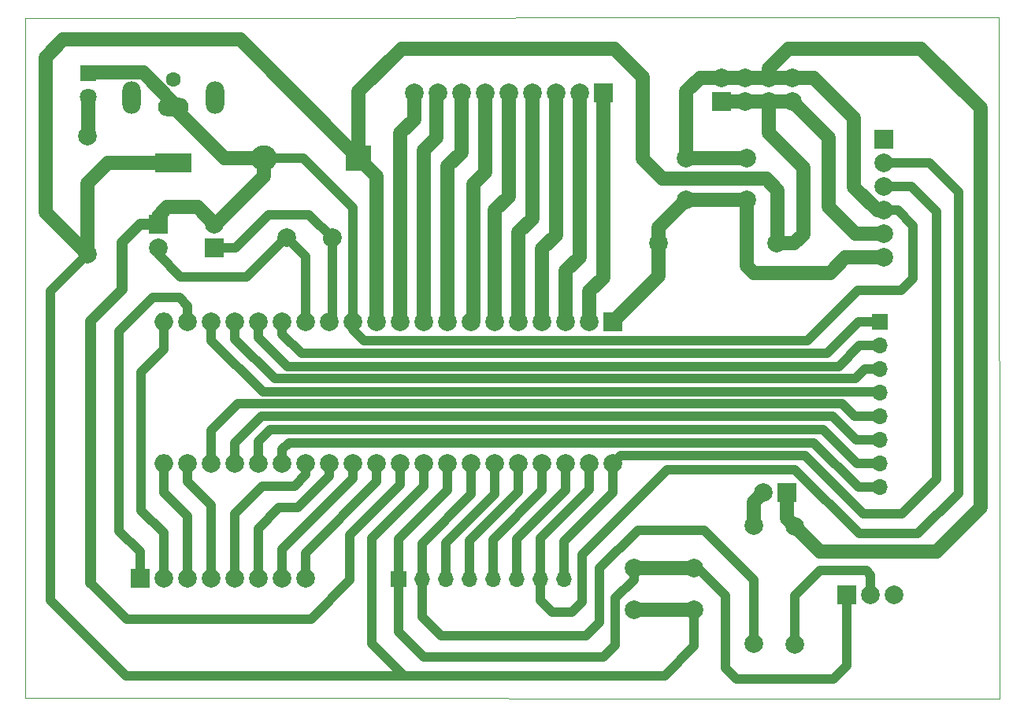
<source format=gbr>
%TF.GenerationSoftware,KiCad,Pcbnew,6.0.5-2.fc36*%
%TF.CreationDate,2022-06-09T20:20:51-03:00*%
%TF.ProjectId,module-pic-40pin,6d6f6475-6c65-42d7-9069-632d34307069,A*%
%TF.SameCoordinates,Original*%
%TF.FileFunction,Copper,L2,Bot*%
%TF.FilePolarity,Positive*%
%FSLAX46Y46*%
G04 Gerber Fmt 4.6, Leading zero omitted, Abs format (unit mm)*
G04 Created by KiCad (PCBNEW 6.0.5-2.fc36) date 2022-06-09 20:20:51*
%MOMM*%
%LPD*%
G01*
G04 APERTURE LIST*
%TA.AperFunction,Profile*%
%ADD10C,0.100000*%
%TD*%
%TA.AperFunction,ComponentPad*%
%ADD11C,2.000000*%
%TD*%
%TA.AperFunction,ComponentPad*%
%ADD12R,2.000000X2.000000*%
%TD*%
%TA.AperFunction,ComponentPad*%
%ADD13R,1.700000X1.700000*%
%TD*%
%TA.AperFunction,ComponentPad*%
%ADD14O,1.700000X1.700000*%
%TD*%
%TA.AperFunction,ComponentPad*%
%ADD15O,2.000000X2.000000*%
%TD*%
%TA.AperFunction,ComponentPad*%
%ADD16R,1.800000X1.800000*%
%TD*%
%TA.AperFunction,ComponentPad*%
%ADD17C,1.800000*%
%TD*%
%TA.AperFunction,ComponentPad*%
%ADD18R,2.800000X2.800000*%
%TD*%
%TA.AperFunction,ComponentPad*%
%ADD19O,2.800000X2.800000*%
%TD*%
%TA.AperFunction,ComponentPad*%
%ADD20O,2.000000X3.500000*%
%TD*%
%TA.AperFunction,ComponentPad*%
%ADD21O,3.300000X2.000000*%
%TD*%
%TA.AperFunction,ComponentPad*%
%ADD22R,4.000000X2.000000*%
%TD*%
%TA.AperFunction,ComponentPad*%
%ADD23C,1.600000*%
%TD*%
%TA.AperFunction,Conductor*%
%ADD24C,1.000000*%
%TD*%
%TA.AperFunction,Conductor*%
%ADD25C,1.200000*%
%TD*%
%TA.AperFunction,Conductor*%
%ADD26C,1.500000*%
%TD*%
G04 APERTURE END LIST*
D10*
X160337500Y-25806400D02*
X160362900Y-99110800D01*
X160362900Y-99110800D02*
X55613300Y-99060000D01*
X55638700Y-25857200D02*
X160337500Y-25806400D01*
X55613300Y-99060000D02*
X55638700Y-25857200D01*
D11*
%TO.P,SW2,1,1*%
%TO.N,GND*%
X126696400Y-40930000D03*
X133196400Y-40930000D03*
%TO.P,SW2,2,2*%
%TO.N,/VPP*%
X126696400Y-45430000D03*
X133196400Y-45430000D03*
%TD*%
%TO.P,R1,1*%
%TO.N,Net-(J1-Pad2)*%
X138353800Y-93319600D03*
%TO.P,R1,2*%
%TO.N,GND*%
X138353800Y-80619600D03*
%TD*%
D12*
%TO.P,D1,1,K*%
%TO.N,GND*%
X137490200Y-76911200D03*
D11*
%TO.P,D1,2,A*%
%TO.N,Net-(D1-Pad2)*%
X134950200Y-76911200D03*
%TD*%
D13*
%TO.P,J7,1,Pin_1*%
%TO.N,/RB0*%
X95783400Y-86233000D03*
D14*
%TO.P,J7,2,Pin_2*%
%TO.N,/RB1*%
X98323400Y-86233000D03*
%TO.P,J7,3,Pin_3*%
%TO.N,/RB2*%
X100863400Y-86233000D03*
%TO.P,J7,4,Pin_4*%
%TO.N,/RB3*%
X103403400Y-86233000D03*
%TO.P,J7,5,Pin_5*%
%TO.N,/RB4*%
X105943400Y-86233000D03*
%TO.P,J7,6,Pin_6*%
%TO.N,/RB5*%
X108483400Y-86233000D03*
%TO.P,J7,7,Pin_7*%
%TO.N,/RB6*%
X111023400Y-86233000D03*
%TO.P,J7,8,Pin_8*%
%TO.N,/RB7*%
X113563400Y-86233000D03*
%TD*%
D12*
%TO.P,J1,1,Pin_1*%
%TO.N,/RB0*%
X143992600Y-87960200D03*
D11*
%TO.P,J1,2,Pin_2*%
%TO.N,Net-(J1-Pad2)*%
X146532600Y-87960200D03*
%TO.P,J1,3,Pin_3*%
%TO.N,unconnected-(J1-Pad3)*%
X149072600Y-87960200D03*
%TD*%
D12*
%TO.P,U1,1,~{MCLR}/Vpp*%
%TO.N,/VPP*%
X118846600Y-58547000D03*
D11*
%TO.P,U1,2,AN0/RA0*%
%TO.N,/RA0*%
X116306600Y-58547000D03*
%TO.P,U1,3,AN1/RA1*%
%TO.N,/RA1*%
X113766600Y-58547000D03*
%TO.P,U1,4,CVref/Vref-/AN2/RA2*%
%TO.N,/RA2*%
X111226600Y-58547000D03*
%TO.P,U1,5,Vref+/AN3/RA3*%
%TO.N,/RA3*%
X108686600Y-58547000D03*
%TO.P,U1,6,C1OUT/T0CKI/RA4*%
%TO.N,/RA4*%
X106146600Y-58547000D03*
%TO.P,U1,7,~{SS}/C2OUT/AN4/RA5*%
%TO.N,/RA5*%
X103606600Y-58547000D03*
%TO.P,U1,8,RE0/~{RD}/AN5*%
%TO.N,/RE0*%
X101066600Y-58547000D03*
%TO.P,U1,9,RE1/~{WR}/AN6*%
%TO.N,/RE1*%
X98526600Y-58547000D03*
%TO.P,U1,10,RE2/~{CS}/AN7*%
%TO.N,/RE2*%
X95986600Y-58547000D03*
%TO.P,U1,11,VDD*%
%TO.N,+5V*%
X93446600Y-58547000D03*
%TO.P,U1,12,VSS*%
%TO.N,GND*%
X90906600Y-58547000D03*
%TO.P,U1,13,OSC1/CLKI*%
%TO.N,Net-(C1-Pad1)*%
X88366600Y-58547000D03*
%TO.P,U1,14,OSC2/CLKO*%
%TO.N,Net-(C2-Pad2)*%
X85826600Y-58547000D03*
%TO.P,U1,15,T1OSO/T1CKI/RC0*%
%TO.N,/RC0*%
X83286600Y-58547000D03*
%TO.P,U1,16,T1OSI/CCP2/RC1*%
%TO.N,/RC1*%
X80746600Y-58547000D03*
%TO.P,U1,17,CCP1/RC2*%
%TO.N,/RC2*%
X78206600Y-58547000D03*
%TO.P,U1,18,SCK/SCL/RC3*%
%TO.N,/RC3*%
X75666600Y-58547000D03*
%TO.P,U1,19,RD0/PSP0*%
%TO.N,/RD0*%
X73126600Y-58547000D03*
D15*
%TO.P,U1,20,RD1/PSP1*%
%TO.N,/RD1*%
X70586600Y-58547000D03*
%TO.P,U1,21,RD2/PSP2*%
%TO.N,/RD2*%
X70586600Y-73787000D03*
D11*
%TO.P,U1,22,RD3/PSP3*%
%TO.N,/RD3*%
X73126600Y-73787000D03*
%TO.P,U1,23,SDI/SDA/RC4*%
%TO.N,/RC4*%
X75666600Y-73787000D03*
%TO.P,U1,24,SDO/RC5*%
%TO.N,/RC5*%
X78206600Y-73787000D03*
%TO.P,U1,25,CK/TX/RC6*%
%TO.N,/RC6*%
X80746600Y-73787000D03*
%TO.P,U1,26,DT/RX/RC7*%
%TO.N,/RC7*%
X83286600Y-73787000D03*
%TO.P,U1,27,RD4/PSP4*%
%TO.N,/RD4*%
X85826600Y-73787000D03*
%TO.P,U1,28,RD5/PSP5*%
%TO.N,/RD5*%
X88366600Y-73787000D03*
%TO.P,U1,29,RD6/PSP6*%
%TO.N,/RD6*%
X90906600Y-73787000D03*
%TO.P,U1,30,RD7/PSP7*%
%TO.N,/RD7*%
X93446600Y-73787000D03*
%TO.P,U1,31,VSS*%
%TO.N,GND*%
X95986600Y-73787000D03*
%TO.P,U1,32,VDD*%
%TO.N,+5V*%
X98526600Y-73787000D03*
%TO.P,U1,33,INT/RB0*%
%TO.N,/RB0*%
X101066600Y-73787000D03*
%TO.P,U1,34,RB1*%
%TO.N,/RB1*%
X103606600Y-73787000D03*
%TO.P,U1,35,RB2*%
%TO.N,/RB2*%
X106146600Y-73787000D03*
%TO.P,U1,36,PGM/RB3*%
%TO.N,/RB3*%
X108686600Y-73787000D03*
%TO.P,U1,37,RB4*%
%TO.N,/RB4*%
X111226600Y-73787000D03*
%TO.P,U1,38,RB5*%
%TO.N,/RB5*%
X113766600Y-73787000D03*
%TO.P,U1,39,PGC/RB6*%
%TO.N,/RB6*%
X116306600Y-73787000D03*
%TO.P,U1,40,PGD/RB7*%
%TO.N,/RB7*%
X118846600Y-73787000D03*
%TD*%
D13*
%TO.P,J6,1,Pin_1*%
%TO.N,/RC0*%
X147548600Y-58597800D03*
D14*
%TO.P,J6,2,Pin_2*%
%TO.N,/RC1*%
X147548600Y-61137800D03*
%TO.P,J6,3,Pin_3*%
%TO.N,/RC2*%
X147548600Y-63677800D03*
%TO.P,J6,4,Pin_4*%
%TO.N,/RC3*%
X147548600Y-66217800D03*
%TO.P,J6,5,Pin_5*%
%TO.N,/RC4*%
X147548600Y-68757800D03*
%TO.P,J6,6,Pin_6*%
%TO.N,/RC5*%
X147548600Y-71297800D03*
%TO.P,J6,7,Pin_7*%
%TO.N,/RC6*%
X147548600Y-73837800D03*
%TO.P,J6,8,Pin_8*%
%TO.N,/RC7*%
X147548600Y-76377800D03*
%TD*%
D11*
%TO.P,R3,1*%
%TO.N,Net-(D3-Pad2)*%
X62306200Y-38557200D03*
%TO.P,R3,2*%
%TO.N,+5V*%
X62306200Y-51257200D03*
%TD*%
D16*
%TO.P,D3,1,K*%
%TO.N,GND*%
X62382400Y-31846600D03*
D17*
%TO.P,D3,2,A*%
%TO.N,Net-(D3-Pad2)*%
X62382400Y-34386600D03*
%TD*%
D12*
%TO.P,J8,1,Pin_1*%
%TO.N,/RD0*%
X67996400Y-86178000D03*
D11*
%TO.P,J8,2,Pin_2*%
%TO.N,/RD1*%
X70536400Y-86178000D03*
%TO.P,J8,3,Pin_3*%
%TO.N,/RD2*%
X73076400Y-86178000D03*
%TO.P,J8,4,Pin_4*%
%TO.N,/RD3*%
X75616400Y-86178000D03*
%TO.P,J8,5,Pin_5*%
%TO.N,/RD4*%
X78156400Y-86178000D03*
%TO.P,J8,6,Pin_6*%
%TO.N,/RD5*%
X80696400Y-86178000D03*
%TO.P,J8,7,Pin_7*%
%TO.N,/RD6*%
X83236400Y-86178000D03*
%TO.P,J8,8,Pin_8*%
%TO.N,/RD7*%
X85776400Y-86178000D03*
%TD*%
D12*
%TO.P,J3,1,Pin_1*%
%TO.N,+5V*%
X130454400Y-34861500D03*
D11*
%TO.P,J3,2,Pin_2*%
%TO.N,GND*%
X130454400Y-32321500D03*
%TO.P,J3,3,Pin_3*%
%TO.N,+5V*%
X132994400Y-34861500D03*
%TO.P,J3,4,Pin_4*%
%TO.N,GND*%
X132994400Y-32321500D03*
%TO.P,J3,5,Pin_5*%
%TO.N,+5V*%
X135534400Y-34861500D03*
%TO.P,J3,6,Pin_6*%
%TO.N,GND*%
X135534400Y-32321500D03*
%TO.P,J3,7,Pin_7*%
%TO.N,+5V*%
X138074400Y-34861500D03*
%TO.P,J3,8,Pin_8*%
%TO.N,GND*%
X138074400Y-32321500D03*
%TD*%
D18*
%TO.P,D2,1,K*%
%TO.N,+5V*%
X91490800Y-40944800D03*
D19*
%TO.P,D2,2,A*%
%TO.N,GND*%
X81330800Y-40944800D03*
%TD*%
D11*
%TO.P,Y1,1,1*%
%TO.N,Net-(C2-Pad2)*%
X83763112Y-49530000D03*
%TO.P,Y1,2,2*%
%TO.N,Net-(C1-Pad1)*%
X88643112Y-49530000D03*
%TD*%
D12*
%TO.P,J4,1,Pin_1*%
%TO.N,unconnected-(J4-Pad1)*%
X147929600Y-38963600D03*
D11*
%TO.P,J4,2,Pin_2*%
%TO.N,/RB6*%
X147929600Y-41503600D03*
%TO.P,J4,3,Pin_3*%
%TO.N,/RB7*%
X147929600Y-44043600D03*
%TO.P,J4,4,Pin_4*%
%TO.N,GND*%
X147929600Y-46583600D03*
%TO.P,J4,5,Pin_5*%
%TO.N,+5V*%
X147929600Y-49123600D03*
%TO.P,J4,6,Pin_6*%
%TO.N,/VPP*%
X147929600Y-51663600D03*
%TD*%
%TO.P,SW1,1,1*%
%TO.N,/RB0*%
X121057600Y-85049800D03*
X127557600Y-85049800D03*
%TO.P,SW1,2,2*%
%TO.N,+5V*%
X127557600Y-89549800D03*
X121057600Y-89549800D03*
%TD*%
D12*
%TO.P,J5,1,Pin_1*%
%TO.N,/RA0*%
X117754400Y-33972500D03*
D11*
%TO.P,J5,2,Pin_2*%
%TO.N,/RA1*%
X115214400Y-33972500D03*
%TO.P,J5,3,Pin_3*%
%TO.N,/RA2*%
X112674400Y-33972500D03*
%TO.P,J5,4,Pin_4*%
%TO.N,/RA3*%
X110134400Y-33972500D03*
%TO.P,J5,5,Pin_5*%
%TO.N,/RA4*%
X107594400Y-33972500D03*
%TO.P,J5,6,Pin_6*%
%TO.N,/RA5*%
X105054400Y-33972500D03*
%TO.P,J5,7,Pin_7*%
%TO.N,/RE0*%
X102514400Y-33972500D03*
%TO.P,J5,8,Pin_8*%
%TO.N,/RE1*%
X99974400Y-33972500D03*
%TO.P,J5,9,Pin_9*%
%TO.N,/RE2*%
X97434400Y-33972500D03*
%TD*%
D12*
%TO.P,C2,1*%
%TO.N,GND*%
X69951600Y-48096800D03*
D11*
%TO.P,C2,2*%
%TO.N,Net-(C2-Pad2)*%
X69951600Y-50596800D03*
%TD*%
%TO.P,R4,1*%
%TO.N,/VPP*%
X123748800Y-50139600D03*
%TO.P,R4,2*%
%TO.N,+5V*%
X136448800Y-50139600D03*
%TD*%
D12*
%TO.P,C1,1*%
%TO.N,Net-(C1-Pad1)*%
X75996800Y-50581056D03*
D11*
%TO.P,C1,2*%
%TO.N,GND*%
X75996800Y-48081056D03*
%TD*%
%TO.P,R2,1*%
%TO.N,Net-(D1-Pad2)*%
X133934200Y-80543400D03*
%TO.P,R2,2*%
%TO.N,/RB1*%
X133934200Y-93243400D03*
%TD*%
D20*
%TO.P,J2,MP*%
%TO.N,N/C*%
X67077200Y-34466400D03*
X76077200Y-34466400D03*
D21*
%TO.P,J2,2,Pin_2*%
%TO.N,GND*%
X71577200Y-35466400D03*
D22*
%TO.P,J2,1,Pin_1*%
%TO.N,+5V*%
X71577200Y-41466400D03*
D23*
%TO.P,J2,*%
%TO.N,*%
X71577200Y-32466400D03*
%TD*%
D24*
%TO.N,GND*%
X92075000Y-60604400D02*
X139700000Y-60604400D01*
D25*
X66090800Y-49987200D02*
X67981200Y-48096800D01*
D26*
X71577200Y-35466400D02*
X77055600Y-40944800D01*
X70891400Y-46253400D02*
X74169144Y-46253400D01*
X71577200Y-35011308D02*
X71577200Y-35466400D01*
D24*
X86360000Y-90576400D02*
X66573400Y-90576400D01*
D26*
X133196400Y-40930000D02*
X126696400Y-40930000D01*
D24*
X139700000Y-60604400D02*
X145135600Y-55168800D01*
D25*
X66090800Y-55067200D02*
X66090800Y-49987200D01*
D24*
X145135600Y-55168800D02*
X149834600Y-55168800D01*
X90906600Y-58547000D02*
X90906600Y-46329600D01*
D26*
X158318200Y-35560000D02*
X151942800Y-29184600D01*
D24*
X151104600Y-48234600D02*
X149453600Y-46583600D01*
X90551000Y-86385400D02*
X86360000Y-90576400D01*
D26*
X140398500Y-32321500D02*
X138074400Y-32321500D01*
X62462120Y-31766880D02*
X68332772Y-31766880D01*
X81330800Y-40944800D02*
X81330800Y-42875200D01*
X147929600Y-46583600D02*
X147269200Y-46583600D01*
X144754600Y-36677600D02*
X140398500Y-32321500D01*
X77055600Y-40944800D02*
X81330800Y-40944800D01*
X81330800Y-42875200D02*
X76124944Y-48081056D01*
D24*
X149834600Y-55168800D02*
X151104600Y-53898800D01*
D26*
X144754600Y-44069000D02*
X144754600Y-36677600D01*
D25*
X62661800Y-86664800D02*
X62661800Y-58496200D01*
D26*
X130454400Y-32321500D02*
X132994400Y-32321500D01*
D24*
X90906600Y-58547000D02*
X90906600Y-59436000D01*
D26*
X158318200Y-78587600D02*
X158318200Y-35560000D01*
D24*
X149453600Y-46583600D02*
X147929600Y-46583600D01*
X95986600Y-76073000D02*
X90551000Y-81508600D01*
D26*
X126696400Y-40930000D02*
X126426400Y-40930000D01*
X76124944Y-48081056D02*
X75996800Y-48081056D01*
X137490200Y-76911200D02*
X137490200Y-79756000D01*
X126696400Y-33806200D02*
X126696400Y-40930000D01*
X74169144Y-46253400D02*
X75996800Y-48081056D01*
X141046200Y-83312000D02*
X153593800Y-83312000D01*
D25*
X62661800Y-58496200D02*
X66090800Y-55067200D01*
D26*
X153593800Y-83312000D02*
X158318200Y-78587600D01*
D24*
X95986600Y-73787000D02*
X95986600Y-76073000D01*
D26*
X151942800Y-29184600D02*
X137693400Y-29184600D01*
X138353800Y-80619600D02*
X141046200Y-83312000D01*
X147269200Y-46583600D02*
X144754600Y-44069000D01*
X137693400Y-29184600D02*
X135534400Y-31343600D01*
D24*
X90906600Y-59436000D02*
X92075000Y-60604400D01*
D26*
X135534400Y-31343600D02*
X135534400Y-32321500D01*
X128181100Y-32321500D02*
X126696400Y-33806200D01*
X132994400Y-32321500D02*
X135534400Y-32321500D01*
D25*
X67981200Y-48096800D02*
X69951600Y-48096800D01*
D26*
X130454400Y-32321500D02*
X128181100Y-32321500D01*
D24*
X151104600Y-53898800D02*
X151104600Y-48234600D01*
X85521800Y-40944800D02*
X81330800Y-40944800D01*
D26*
X69951600Y-48096800D02*
X69951600Y-47193200D01*
D24*
X90551000Y-81508600D02*
X90551000Y-86385400D01*
D26*
X68332772Y-31766880D02*
X71577200Y-35011308D01*
X135534400Y-32321500D02*
X138074400Y-32321500D01*
X137490200Y-79756000D02*
X138353800Y-80619600D01*
D24*
X66573400Y-90576400D02*
X62661800Y-86664800D01*
X90906600Y-46329600D02*
X85521800Y-40944800D01*
D26*
X62382400Y-31846600D02*
X62462120Y-31766880D01*
X69951600Y-47193200D02*
X70891400Y-46253400D01*
D24*
%TO.N,+5V*%
X66446400Y-96647000D02*
X96367600Y-96647000D01*
X96367600Y-96647000D02*
X124358400Y-96647000D01*
D26*
X59715400Y-28219400D02*
X78765400Y-28219400D01*
D24*
X96367600Y-96647000D02*
X92938600Y-93218000D01*
D26*
X57835800Y-46786800D02*
X57835800Y-30099000D01*
X141986000Y-46202600D02*
X141986000Y-38773100D01*
X135534400Y-38277800D02*
X139268200Y-42011600D01*
X124104400Y-43180000D02*
X135305800Y-43180000D01*
X135534400Y-34861500D02*
X135534400Y-38277800D01*
X93446600Y-42900600D02*
X91490800Y-40944800D01*
X139268200Y-49149000D02*
X138277600Y-50139600D01*
X138074400Y-34861500D02*
X135534400Y-34861500D01*
X64502400Y-41466400D02*
X62306200Y-43662600D01*
X96088200Y-29184600D02*
X118948200Y-29184600D01*
X141986000Y-38773100D02*
X138074400Y-34861500D01*
X136525000Y-50063400D02*
X136448800Y-50139600D01*
D24*
X58318400Y-55245000D02*
X58318400Y-88519000D01*
D26*
X91490800Y-33782000D02*
X96088200Y-29184600D01*
X71577200Y-41466400D02*
X64502400Y-41466400D01*
X93446600Y-58547000D02*
X93446600Y-42900600D01*
X118948200Y-29184600D02*
X121996200Y-32232600D01*
D24*
X124358400Y-96647000D02*
X127557600Y-93447800D01*
X58318400Y-88519000D02*
X66446400Y-96647000D01*
D26*
X121996200Y-41071800D02*
X124104400Y-43180000D01*
X144907000Y-49123600D02*
X147929600Y-49123600D01*
D24*
X127557600Y-93447800D02*
X127557600Y-89549800D01*
D26*
X62306200Y-43662600D02*
X62306200Y-51257200D01*
X132994400Y-34861500D02*
X130454400Y-34861500D01*
X144907000Y-49123600D02*
X141986000Y-46202600D01*
D24*
X62306200Y-51257200D02*
X58318400Y-55245000D01*
D26*
X57835800Y-30099000D02*
X59715400Y-28219400D01*
X139268200Y-42011600D02*
X139268200Y-49149000D01*
X135534400Y-34861500D02*
X132994400Y-34861500D01*
D24*
X92938600Y-81889600D02*
X98526600Y-76301600D01*
D26*
X135305800Y-43180000D02*
X136525000Y-44399200D01*
D24*
X98526600Y-76301600D02*
X98526600Y-73787000D01*
D26*
X127557600Y-89549800D02*
X121057600Y-89549800D01*
D24*
X92938600Y-93218000D02*
X92938600Y-81889600D01*
D26*
X136525000Y-44399200D02*
X136525000Y-50063400D01*
X78765400Y-28219400D02*
X91490800Y-40944800D01*
X121996200Y-32232600D02*
X121996200Y-41071800D01*
X138277600Y-50139600D02*
X136448800Y-50139600D01*
X91490800Y-40944800D02*
X91490800Y-33782000D01*
X62306200Y-51257200D02*
X57835800Y-46786800D01*
D24*
%TO.N,/RB7*%
X139446000Y-72999600D02*
X145719800Y-79273400D01*
X113563400Y-82194400D02*
X118846600Y-76911200D01*
X145719800Y-79273400D02*
X149860000Y-79273400D01*
X119634000Y-72999600D02*
X139446000Y-72999600D01*
X150876000Y-44043600D02*
X147929600Y-44043600D01*
X113563400Y-86233000D02*
X113563400Y-82194400D01*
X118846600Y-76911200D02*
X118846600Y-73787000D01*
X153593800Y-46761400D02*
X150876000Y-44043600D01*
X153593800Y-75539600D02*
X153593800Y-46761400D01*
X149860000Y-79273400D02*
X153593800Y-75539600D01*
X118846600Y-73787000D02*
X119634000Y-72999600D01*
%TO.N,/RB6*%
X138391900Y-74472800D02*
X145275300Y-81356200D01*
X111023400Y-88519000D02*
X112293400Y-89789000D01*
X124688600Y-74472800D02*
X138391900Y-74472800D01*
X151612600Y-81356200D02*
X155956000Y-77012800D01*
X155956000Y-77012800D02*
X155956000Y-44627800D01*
X116306600Y-76581000D02*
X116306600Y-73787000D01*
X114427000Y-89789000D02*
X115493800Y-88722200D01*
X111023400Y-86233000D02*
X111023400Y-81864200D01*
X152831800Y-41503600D02*
X148055270Y-41503600D01*
X155956000Y-44627800D02*
X152831800Y-41503600D01*
X115493800Y-88722200D02*
X115493800Y-83667600D01*
X111023400Y-86233000D02*
X111023400Y-88519000D01*
X112293400Y-89789000D02*
X114427000Y-89789000D01*
X115493800Y-83667600D02*
X124688600Y-74472800D01*
X145275300Y-81356200D02*
X151612600Y-81356200D01*
X111023400Y-81864200D02*
X116306600Y-76581000D01*
D26*
%TO.N,/VPP*%
X133196400Y-45430000D02*
X126696400Y-45430000D01*
X142138400Y-53289200D02*
X133934200Y-53289200D01*
X133934200Y-53289200D02*
X133196400Y-52551400D01*
X143764000Y-51663600D02*
X142138400Y-53289200D01*
X123748800Y-53644800D02*
X123748800Y-50139600D01*
X123748800Y-48377600D02*
X126696400Y-45430000D01*
X133196400Y-52551400D02*
X133196400Y-45430000D01*
X123748800Y-50139600D02*
X123748800Y-48377600D01*
X118846600Y-58547000D02*
X123748800Y-53644800D01*
X147929600Y-51663600D02*
X143764000Y-51663600D01*
%TO.N,Net-(D3-Pad2)*%
X62382400Y-34386600D02*
X62382400Y-38481000D01*
X62382400Y-38481000D02*
X62306200Y-38557200D01*
D24*
%TO.N,Net-(J1-Pad2)*%
X146075400Y-85344000D02*
X146532600Y-85801200D01*
X146532600Y-85801200D02*
X146532600Y-87960200D01*
X138353800Y-88036400D02*
X141046200Y-85344000D01*
X138353800Y-93319600D02*
X138353800Y-88036400D01*
X141046200Y-85344000D02*
X146075400Y-85344000D01*
D26*
%TO.N,/RA0*%
X116306600Y-55295800D02*
X117754400Y-53848000D01*
X116306600Y-58547000D02*
X116306600Y-55295800D01*
X117754400Y-53848000D02*
X117754400Y-33972500D01*
%TO.N,/RA1*%
X113766600Y-53060600D02*
X115214400Y-51612800D01*
X113766600Y-58547000D02*
X113766600Y-53060600D01*
X115214400Y-51612800D02*
X115214400Y-33972500D01*
%TO.N,/RA2*%
X111226600Y-58547000D02*
X111226600Y-50723800D01*
X111226600Y-50723800D02*
X112674400Y-49276000D01*
X112674400Y-49276000D02*
X112674400Y-33972500D01*
D24*
%TO.N,/RC0*%
X83286600Y-59944000D02*
X83286600Y-58547000D01*
X141859000Y-62001400D02*
X85344000Y-62001400D01*
X147548600Y-58597800D02*
X145262600Y-58597800D01*
X85344000Y-62001400D02*
X83286600Y-59944000D01*
X145262600Y-58597800D02*
X141859000Y-62001400D01*
%TO.N,/RC1*%
X145313400Y-61137800D02*
X143078200Y-63373000D01*
X80746600Y-60248800D02*
X80746600Y-58547000D01*
X83870800Y-63373000D02*
X80746600Y-60248800D01*
X147548600Y-61137800D02*
X145313400Y-61137800D01*
X143078200Y-63373000D02*
X83870800Y-63373000D01*
%TO.N,/RC2*%
X78206600Y-60401200D02*
X78206600Y-58547000D01*
X144881600Y-64693800D02*
X82499200Y-64693800D01*
X145897600Y-63677800D02*
X144881600Y-64693800D01*
X82499200Y-64693800D02*
X78206600Y-60401200D01*
X147548600Y-63677800D02*
X145897600Y-63677800D01*
%TO.N,/RC3*%
X147548600Y-66217800D02*
X147421600Y-66090800D01*
D25*
X147548600Y-66217800D02*
X147431680Y-66100880D01*
D24*
X147421600Y-66090800D02*
X81178400Y-66090800D01*
X81178400Y-66090800D02*
X75666600Y-60579000D01*
X75666600Y-60579000D02*
X75666600Y-58547000D01*
%TO.N,/RD0*%
X65760600Y-81076800D02*
X65760600Y-59563000D01*
X67996400Y-83312600D02*
X65760600Y-81076800D01*
X67996400Y-86178000D02*
X67996400Y-83312600D01*
X72212200Y-55930800D02*
X73126600Y-56845200D01*
X69392800Y-55930800D02*
X72212200Y-55930800D01*
X65760600Y-59563000D02*
X69392800Y-55930800D01*
X73126600Y-56845200D02*
X73126600Y-58547000D01*
%TO.N,/RD1*%
X70536400Y-86178000D02*
X70536400Y-81280600D01*
X68122800Y-78867000D02*
X68122800Y-64008000D01*
X70586600Y-61544200D02*
X70586600Y-58547000D01*
X70536400Y-81280600D02*
X68122800Y-78867000D01*
X68122800Y-64008000D02*
X70586600Y-61544200D01*
%TO.N,/RD2*%
X73076400Y-79477200D02*
X70586600Y-76987400D01*
X70586600Y-76987400D02*
X70586600Y-73787000D01*
X73076400Y-86178000D02*
X73076400Y-79477200D01*
%TO.N,/RD3*%
X75616400Y-86178000D02*
X75616400Y-78283400D01*
X73126600Y-75793600D02*
X73126600Y-73787000D01*
X75616400Y-78283400D02*
X73126600Y-75793600D01*
%TO.N,/RC4*%
X147548600Y-68757800D02*
X144805400Y-68757800D01*
X78511400Y-67411600D02*
X75666600Y-70256400D01*
X144805400Y-68757800D02*
X143459200Y-67411600D01*
X143459200Y-67411600D02*
X78511400Y-67411600D01*
X75666600Y-70256400D02*
X75666600Y-73787000D01*
%TO.N,/RC5*%
X147548600Y-71297800D02*
X144983200Y-71297800D01*
X142443200Y-68757800D02*
X81076800Y-68757800D01*
X81076800Y-68757800D02*
X78206600Y-71628000D01*
X144983200Y-71297800D02*
X142443200Y-68757800D01*
X78206600Y-71628000D02*
X78206600Y-73787000D01*
%TO.N,/RC6*%
X82016600Y-70180200D02*
X80746600Y-71450200D01*
X141376400Y-70180200D02*
X82016600Y-70180200D01*
X147548600Y-73837800D02*
X145034000Y-73837800D01*
X80746600Y-71450200D02*
X80746600Y-73787000D01*
X145034000Y-73837800D02*
X141376400Y-70180200D01*
%TO.N,/RC7*%
X84023200Y-71577200D02*
X83286600Y-72313800D01*
X83286600Y-72313800D02*
X83286600Y-73787000D01*
X140436600Y-71577200D02*
X84023200Y-71577200D01*
X145237200Y-76377800D02*
X140436600Y-71577200D01*
X147548600Y-76377800D02*
X145237200Y-76377800D01*
%TO.N,/RD4*%
X81153000Y-76250800D02*
X78156400Y-79247400D01*
X85826600Y-73787000D02*
X85826600Y-75006200D01*
X78156400Y-79247400D02*
X78156400Y-86178000D01*
X84582000Y-76250800D02*
X81153000Y-76250800D01*
X85826600Y-75006200D02*
X84582000Y-76250800D01*
%TO.N,/RD5*%
X82931000Y-78587600D02*
X80696400Y-80822200D01*
X88366600Y-73787000D02*
X88366600Y-75184000D01*
X84963000Y-78587600D02*
X82931000Y-78587600D01*
X88366600Y-75184000D02*
X84963000Y-78587600D01*
X80696400Y-80822200D02*
X80696400Y-86178000D01*
%TO.N,/RD6*%
X83236400Y-83057400D02*
X83236400Y-86178000D01*
X90906600Y-75387200D02*
X83236400Y-83057400D01*
X90906600Y-73787000D02*
X90906600Y-75387200D01*
%TO.N,/RD7*%
X85776400Y-86178000D02*
X85776400Y-83463800D01*
X93446600Y-75793600D02*
X93446600Y-73787000D01*
X85776400Y-83463800D02*
X93446600Y-75793600D01*
%TO.N,/RB0*%
X127557600Y-85049800D02*
X127975800Y-85049800D01*
X95783400Y-86233000D02*
X95783400Y-91973400D01*
X121057600Y-86346100D02*
X121057600Y-85049800D01*
X127975800Y-85049800D02*
X130937000Y-88011000D01*
X130937000Y-88011000D02*
X130937000Y-95859600D01*
X132130800Y-97053400D02*
X142494000Y-97053400D01*
X119075200Y-93345000D02*
X119075200Y-88328500D01*
X117754400Y-94665800D02*
X119075200Y-93345000D01*
X142494000Y-97053400D02*
X143992600Y-95554800D01*
X95783400Y-86233000D02*
X95783400Y-81965800D01*
X95783400Y-91973400D02*
X98475800Y-94665800D01*
X95783400Y-81965800D02*
X101066600Y-76682600D01*
X143992600Y-95554800D02*
X143992600Y-87960200D01*
X130937000Y-95859600D02*
X132130800Y-97053400D01*
X98475800Y-94665800D02*
X117754400Y-94665800D01*
X119075200Y-88328500D02*
X121057600Y-86346100D01*
D26*
X127557600Y-85049800D02*
X121057600Y-85049800D01*
D24*
X101066600Y-76682600D02*
X101066600Y-73787000D01*
%TO.N,/RB1*%
X117373400Y-90906600D02*
X117373400Y-85082530D01*
X98323400Y-90322400D02*
X100380800Y-92379800D01*
X103606600Y-77139800D02*
X103606600Y-73787000D01*
X115900200Y-92379800D02*
X117373400Y-90906600D01*
X100380800Y-92379800D02*
X115900200Y-92379800D01*
X98323400Y-86233000D02*
X98323400Y-82423000D01*
X117373400Y-85082530D02*
X121480730Y-80975200D01*
X133934200Y-86309200D02*
X133934200Y-93243400D01*
X121480730Y-80975200D02*
X128600200Y-80975200D01*
X98323400Y-86233000D02*
X98323400Y-90322400D01*
X98323400Y-82423000D02*
X103606600Y-77139800D01*
X128600200Y-80975200D02*
X133934200Y-86309200D01*
%TO.N,/RB2*%
X106146600Y-77114400D02*
X106146600Y-73787000D01*
X100863400Y-82397600D02*
X106146600Y-77114400D01*
X100863400Y-86233000D02*
X100863400Y-82397600D01*
%TO.N,/RB3*%
X108686600Y-76835000D02*
X108686600Y-73787000D01*
X103403400Y-86233000D02*
X103403400Y-82118200D01*
X103403400Y-82118200D02*
X108686600Y-76835000D01*
%TO.N,/RB4*%
X105943400Y-81991200D02*
X111226600Y-76708000D01*
X105943400Y-86233000D02*
X105943400Y-81991200D01*
X111226600Y-76708000D02*
X111226600Y-73787000D01*
%TO.N,/RB5*%
X108483400Y-81965800D02*
X113766600Y-76682600D01*
X113766600Y-76682600D02*
X113766600Y-73787000D01*
X108483400Y-86233000D02*
X108483400Y-81965800D01*
%TO.N,Net-(C1-Pad1)*%
X88643112Y-58270488D02*
X88643112Y-49530000D01*
X86153912Y-47040800D02*
X81813400Y-47040800D01*
X88366600Y-58547000D02*
X88643112Y-58270488D01*
D26*
X88442800Y-58470800D02*
X88366600Y-58547000D01*
D24*
X88643112Y-49530000D02*
X86153912Y-47040800D01*
D26*
X88643112Y-49530000D02*
X88442800Y-49730312D01*
D24*
X78273144Y-50581056D02*
X75996800Y-50581056D01*
X81813400Y-47040800D02*
X78273144Y-50581056D01*
%TO.N,Net-(C2-Pad2)*%
X69951600Y-51333400D02*
X69951600Y-50596800D01*
X83642200Y-49530000D02*
X79425800Y-53746400D01*
D26*
X83566000Y-49530000D02*
X83763112Y-49530000D01*
D24*
X85826600Y-51593488D02*
X83763112Y-49530000D01*
X83763112Y-49530000D02*
X83642200Y-49530000D01*
X72364600Y-53746400D02*
X69951600Y-51333400D01*
X85826600Y-58547000D02*
X85826600Y-51593488D01*
X79425800Y-53746400D02*
X72364600Y-53746400D01*
D26*
%TO.N,/RA4*%
X107594400Y-45135800D02*
X107594400Y-33972500D01*
X106146600Y-58547000D02*
X106146600Y-46583600D01*
X106146600Y-46583600D02*
X107594400Y-45135800D01*
%TO.N,Net-(D1-Pad2)*%
X133934200Y-77927200D02*
X134950200Y-76911200D01*
X133934200Y-80543400D02*
X133934200Y-77927200D01*
%TO.N,/RA3*%
X110134400Y-47447200D02*
X110134400Y-33972500D01*
X108686600Y-58547000D02*
X108686600Y-48895000D01*
X108686600Y-48895000D02*
X110134400Y-47447200D01*
%TO.N,/RA5*%
X105054400Y-42519600D02*
X105054400Y-33972500D01*
X103784400Y-43789600D02*
X105054400Y-42519600D01*
X103784400Y-58369200D02*
X103784400Y-43789600D01*
X103606600Y-58547000D02*
X103784400Y-58369200D01*
%TO.N,/RE0*%
X101066600Y-41783000D02*
X102514400Y-40335200D01*
X102514400Y-40335200D02*
X102514400Y-33972500D01*
X101066600Y-58547000D02*
X101066600Y-41783000D01*
%TO.N,/RE1*%
X99867080Y-38740720D02*
X99867080Y-34079820D01*
X98526600Y-40081200D02*
X99867080Y-38740720D01*
X98526600Y-58547000D02*
X98526600Y-40081200D01*
X99867080Y-34079820D02*
X99974400Y-33972500D01*
%TO.N,/RE2*%
X95986600Y-58547000D02*
X95986600Y-38252400D01*
X97434400Y-36804600D02*
X97434400Y-33972500D01*
X95986600Y-38252400D02*
X97434400Y-36804600D01*
%TD*%
M02*

</source>
